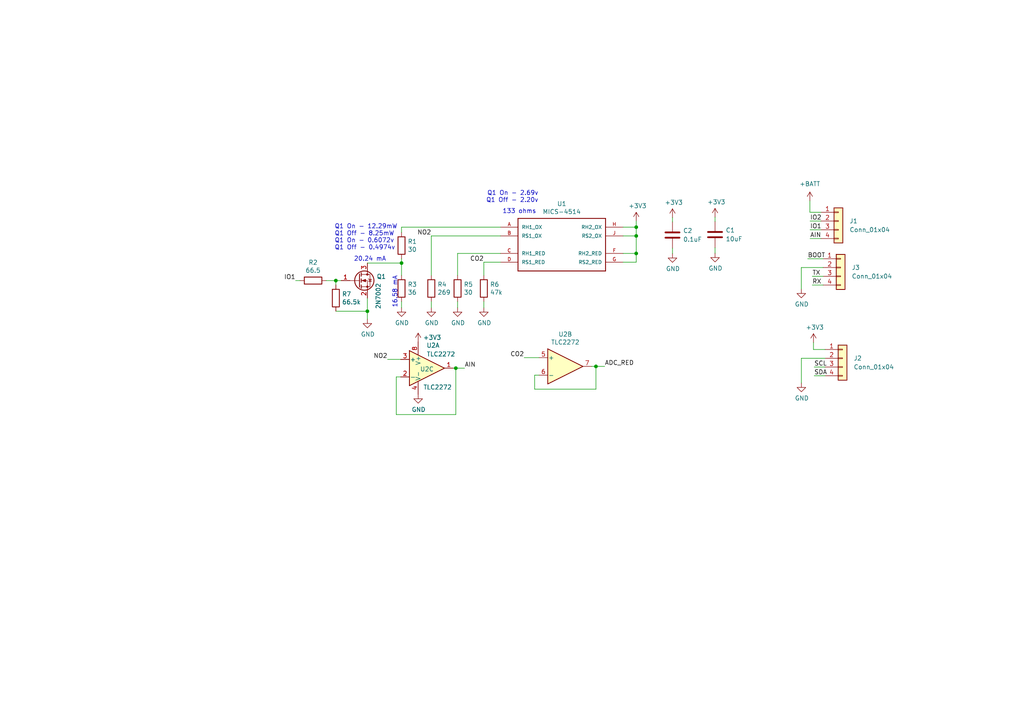
<source format=kicad_sch>
(kicad_sch (version 20211123) (generator eeschema)
  (paper "A4")
  (lib_symbols
    (symbol "Amplifier_Operational:OPA1602" (pin_names (offset 0.127))
      (property "Reference" "U" (at 0 5.08 0))
      (property "Value" "OPA1602" (at 0 -5.08 0))
      (symbol "OPA1602_1_1"
        (polyline (pts (xy -5.08 5.08) (xy 5.08 0) (xy -5.08 -5.08) (xy -5.08 5.08)) (stroke (width 0.254)) (fill (type background)))
        (pin output line (at 7.62 0 180) (length 2.54) (name "~") (number "1"))
        (pin input line (at -7.62 -2.54 0) (length 2.54) (name "-") (number "2"))
        (pin input line (at -7.62 2.54 0) (length 2.54) (name "+") (number "3"))
      )
      (symbol "OPA1602_2_1"
        (polyline (pts (xy -5.08 5.08) (xy 5.08 0) (xy -5.08 -5.08) (xy -5.08 5.08)) (stroke (width 0.254)) (fill (type background)))
        (pin input line (at -7.62 2.54 0) (length 2.54) (name "+") (number "5"))
        (pin input line (at -7.62 -2.54 0) (length 2.54) (name "-") (number "6"))
        (pin output line (at 7.62 0 180) (length 2.54) (name "~") (number "7"))
      )
      (symbol "OPA1602_3_1"
        (pin power_in line (at -2.54 -7.62 90) (length 3.81) (name "V-") (number "4"))
        (pin power_in line (at -2.54 7.62 270) (length 3.81) (name "V+") (number "8"))
      )
    )
    (symbol "Connector_Generic:Conn_01x04" (pin_names (offset 1.016) hide)
      (property "Reference" "J" (at 0 5.08 0))
      (property "Value" "Conn_01x04" (at 0 -7.62 0))
      (symbol "Conn_01x04_1_1"
        (rectangle (start -1.27 -4.953) (end 0 -5.207) (stroke (width 0.1524)))
        (rectangle (start -1.27 -2.413) (end 0 -2.667) (stroke (width 0.1524)))
        (rectangle (start -1.27 0.127) (end 0 -0.127) (stroke (width 0.1524)))
        (rectangle (start -1.27 2.667) (end 0 2.413) (stroke (width 0.1524)))
        (rectangle (start -1.27 3.81) (end 1.27 -6.35) (stroke (width 0.254)) (fill (type background)))
        (pin passive line (at -5.08 2.54 0) (length 3.81) (name "Pin_1") (number "1"))
        (pin passive line (at -5.08 0 0) (length 3.81) (name "Pin_2") (number "2"))
        (pin passive line (at -5.08 -2.54 0) (length 3.81) (name "Pin_3") (number "3"))
        (pin passive line (at -5.08 -5.08 0) (length 3.81) (name "Pin_4") (number "4"))
      )
    )
    (symbol "Device:C" (pin_numbers hide) (pin_names (offset 0.254))
      (property "Reference" "C" (at 0.635 2.54 0))
      (property "Value" "C" (at 0.635 -2.54 0))
      (symbol "C_0_1"
        (polyline (pts (xy -2.032 -0.762) (xy 2.032 -0.762)) (stroke (width 0.508)))
        (polyline (pts (xy -2.032 0.762) (xy 2.032 0.762)) (stroke (width 0.508)))
      )
      (symbol "C_1_1"
        (pin passive line (at 0 3.81 270) (length 2.794) (name "~") (number "1"))
        (pin passive line (at 0 -3.81 90) (length 2.794) (name "~") (number "2"))
      )
    )
    (symbol "Device:Q_NMOS_GSD" (pin_names (offset 0) hide)
      (property "Reference" "Q" (at 5.08 1.27 0))
      (property "Value" "Q_NMOS_GSD" (at 5.08 -1.27 0))
      (symbol "Q_NMOS_GSD_0_1"
        (polyline (pts (xy 0.254 0) (xy -2.54 0)))
        (polyline (pts (xy 0.254 1.905) (xy 0.254 -1.905)) (stroke (width 0.254)))
        (polyline (pts (xy 0.762 -1.27) (xy 0.762 -2.286)) (stroke (width 0.254)))
        (polyline (pts (xy 0.762 0.508) (xy 0.762 -0.508)) (stroke (width 0.254)))
        (polyline (pts (xy 0.762 2.286) (xy 0.762 1.27)) (stroke (width 0.254)))
        (polyline (pts (xy 2.54 2.54) (xy 2.54 1.778)))
        (polyline (pts (xy 2.54 -2.54) (xy 2.54 0) (xy 0.762 0)))
        (polyline (pts (xy 0.762 -1.778) (xy 3.302 -1.778) (xy 3.302 1.778) (xy 0.762 1.778)))
        (polyline (pts (xy 1.016 0) (xy 2.032 0.381) (xy 2.032 -0.381) (xy 1.016 0)) (fill (type outline)))
        (polyline (pts (xy 2.794 0.508) (xy 2.921 0.381) (xy 3.683 0.381) (xy 3.81 0.254)))
        (polyline (pts (xy 3.302 0.381) (xy 2.921 -0.254) (xy 3.683 -0.254) (xy 3.302 0.381)))
        (circle (center 1.651 0) (radius 2.794) (stroke (width 0.254)))
        (circle (center 2.54 -1.778) (radius 0.254) (fill (type outline)))
        (circle (center 2.54 1.778) (radius 0.254) (fill (type outline)))
      )
      (symbol "Q_NMOS_GSD_1_1"
        (pin input line (at -5.08 0 0) (length 2.54) (name "G") (number "1"))
        (pin passive line (at 2.54 -5.08 90) (length 2.54) (name "S") (number "2"))
        (pin passive line (at 2.54 5.08 270) (length 2.54) (name "D") (number "3"))
      )
    )
    (symbol "Device:R" (pin_numbers hide) (pin_names (offset 0))
      (property "Reference" "R" (at 2.032 0 90))
      (property "Value" "R" (at 0 0 90))
      (symbol "R_0_1"
        (rectangle (start -1.016 -2.54) (end 1.016 2.54) (stroke (width 0.254)))
      )
      (symbol "R_1_1"
        (pin passive line (at 0 3.81 270) (length 1.27) (name "~") (number "1"))
        (pin passive line (at 0 -3.81 90) (length 1.27) (name "~") (number "2"))
      )
    )
    (symbol "citizen_sensor-rescue:MICS-4514-electroniccats-citizen_sensor-rescue" (pin_names (offset 1.016))
      (property "Reference" "U" (at -12.7254 8.4074 0))
      (property "Value" "MICS-4514-electroniccats-citizen_sensor-rescue" (at -12.7508 -10.1854 0))
      (symbol "MICS-4514-electroniccats-citizen_sensor-rescue_0_0"
        (polyline (pts (xy -12.7 -7.62) (xy 12.7 -7.62)) (stroke (width 0.254)))
        (polyline (pts (xy -12.7 7.62) (xy -12.7 -7.62)) (stroke (width 0.254)))
        (polyline (pts (xy 12.7 -7.62) (xy 12.7 7.62)) (stroke (width 0.254)))
        (polyline (pts (xy 12.7 7.62) (xy -12.7 7.62)) (stroke (width 0.254)))
        (pin bidirectional line (at -17.78 5.08 0) (length 5.08) (name "RH1_OX") (number "A"))
        (pin bidirectional line (at -17.78 2.54 0) (length 5.08) (name "RS1_OX") (number "B"))
        (pin bidirectional line (at -17.78 -2.54 0) (length 5.08) (name "RH1_RED") (number "C"))
        (pin bidirectional line (at -17.78 -5.08 0) (length 5.08) (name "RS1_RED") (number "D"))
        (pin power_in line (at 17.78 -2.54 180) (length 5.08) (name "RH2_RED") (number "F"))
        (pin power_in line (at 17.78 -5.08 180) (length 5.08) (name "RS2_RED") (number "G"))
        (pin power_in line (at 17.78 5.08 180) (length 5.08) (name "RH2_OX") (number "H"))
        (pin power_in line (at 17.78 2.54 180) (length 5.08) (name "RS2_OX") (number "J"))
      )
    )
    (symbol "power:+3.3V" (power) (pin_names (offset 0))
      (property "Value" "+3.3V" (at 0 3.556 0))
      (symbol "+3.3V_0_1"
        (polyline (pts (xy -0.762 1.27) (xy 0 2.54)))
        (polyline (pts (xy 0 0) (xy 0 2.54)))
        (polyline (pts (xy 0 2.54) (xy 0.762 1.27)))
      )
      (symbol "+3.3V_1_1"
        (pin power_in line (at 0 0 90) (length 0) hide (name "+3V3") (number "1"))
      )
    )
    (symbol "power:+BATT" (power) (pin_names (offset 0))
      (property "Value" "+BATT" (at 0 3.556 0))
      (symbol "+BATT_0_1"
        (polyline (pts (xy -0.762 1.27) (xy 0 2.54)))
        (polyline (pts (xy 0 0) (xy 0 2.54)))
        (polyline (pts (xy 0 2.54) (xy 0.762 1.27)))
      )
      (symbol "+BATT_1_1"
        (pin power_in line (at 0 0 90) (length 0) hide (name "+BATT") (number "1"))
      )
    )
    (symbol "power:GND" (power) (pin_names (offset 0))
      (property "Value" "GND" (at 0 -3.81 0))
      (symbol "GND_0_1"
        (polyline (pts (xy 0 0) (xy 0 -1.27) (xy 1.27 -1.27) (xy 0 -2.54) (xy -1.27 -1.27) (xy 0 -1.27)))
      )
      (symbol "GND_1_1"
        (pin power_in line (at 0 0 270) (length 0) hide (name "GND") (number "1"))
      )
    )
  )
  (junction (at 132.207 106.7816))
  (junction (at 116.459 76.3016))
  (junction (at 184.531 65.8876))
  (junction (at 97.409 81.3816))
  (junction (at 184.531 73.5076))
  (junction (at 184.531 68.4276))
  (junction (at 106.553 90.2716))
  (junction (at 172.847 106.2736))
  (wire (pts (xy 184.531 76.0476) (xy 184.531 73.5076)))
  (wire (pts (xy 195.0466 63.119) (xy 195.0466 64.3636)))
  (wire (pts (xy 140.335 87.4776) (xy 140.335 89.2556)))
  (wire (pts (xy 97.409 82.6516) (xy 97.409 81.3816)))
  (wire (pts (xy 140.335 76.0476) (xy 145.161 76.0476)))
  (wire (pts (xy 232.41 77.597) (xy 238.7346 77.597)))
  (wire (pts (xy 132.207 106.7816) (xy 134.747 106.7816)))
  (wire (pts (xy 184.531 73.5076) (xy 184.531 68.4276)))
  (wire (pts (xy 106.553 86.4616) (xy 106.553 90.2716)))
  (wire (pts (xy 171.577 106.2736) (xy 172.847 106.2736)))
  (wire (pts (xy 234.8992 58.2422) (xy 234.8992 61.5696)))
  (wire (pts (xy 155.067 108.8136) (xy 155.067 112.8776)))
  (wire (pts (xy 132.715 73.5076) (xy 145.161 73.5076)))
  (wire (pts (xy 106.553 90.2716) (xy 106.553 92.5576)))
  (wire (pts (xy 207.391 71.8566) (xy 207.391 73.4314)))
  (wire (pts (xy 234.2642 75.057) (xy 238.7346 75.057)))
  (wire (pts (xy 180.721 65.8876) (xy 184.531 65.8876)))
  (wire (pts (xy 156.337 108.8136) (xy 155.067 108.8136)))
  (wire (pts (xy 140.335 76.0476) (xy 140.335 79.8576)))
  (wire (pts (xy 172.847 106.2736) (xy 175.387 106.2736)))
  (wire (pts (xy 195.0466 71.9836) (xy 195.0466 73.5584)))
  (wire (pts (xy 207.391 62.992) (xy 207.391 64.2366)))
  (wire (pts (xy 184.531 64.1096) (xy 184.531 65.8876)))
  (wire (pts (xy 184.531 65.8876) (xy 184.531 68.4276)))
  (wire (pts (xy 132.715 87.4776) (xy 132.715 89.2556)))
  (wire (pts (xy 97.409 81.3816) (xy 98.933 81.3816)))
  (wire (pts (xy 234.95 69.1896) (xy 238.0996 69.1896)))
  (wire (pts (xy 172.847 112.8776) (xy 172.847 106.2736)))
  (wire (pts (xy 114.935 120.2436) (xy 132.207 120.2436)))
  (wire (pts (xy 116.459 75.0316) (xy 116.459 76.3016)))
  (wire (pts (xy 152.019 103.7336) (xy 156.337 103.7336)))
  (wire (pts (xy 132.715 79.8576) (xy 132.715 73.5076)))
  (wire (pts (xy 232.4354 111.0996) (xy 232.4354 103.9114)))
  (wire (pts (xy 114.935 109.3216) (xy 114.935 120.2436)))
  (wire (pts (xy 125.095 87.4776) (xy 125.095 89.2556)))
  (wire (pts (xy 112.395 104.2416) (xy 116.205 104.2416)))
  (wire (pts (xy 234.95 64.1096) (xy 238.0996 64.1096)))
  (wire (pts (xy 235.9406 99.3394) (xy 235.9406 101.3714)))
  (wire (pts (xy 232.4354 103.9114) (xy 239.2934 103.9114)))
  (wire (pts (xy 236.1438 106.4514) (xy 239.2934 106.4514)))
  (wire (pts (xy 232.41 83.8454) (xy 232.41 77.597)))
  (wire (pts (xy 180.721 73.5076) (xy 184.531 73.5076)))
  (wire (pts (xy 180.721 76.0476) (xy 184.531 76.0476)))
  (wire (pts (xy 116.459 65.8876) (xy 145.161 65.8876)))
  (wire (pts (xy 132.207 106.7816) (xy 132.207 120.2436)))
  (wire (pts (xy 125.095 68.4276) (xy 125.095 79.8576)))
  (wire (pts (xy 131.445 106.7816) (xy 132.207 106.7816)))
  (wire (pts (xy 155.067 112.8776) (xy 172.847 112.8776)))
  (wire (pts (xy 234.95 66.6496) (xy 238.0996 66.6496)))
  (wire (pts (xy 235.585 82.677) (xy 238.7346 82.677)))
  (wire (pts (xy 239.2934 101.3714) (xy 235.9406 101.3714)))
  (wire (pts (xy 114.935 109.3216) (xy 116.205 109.3216)))
  (wire (pts (xy 234.8992 61.5696) (xy 238.0996 61.5696)))
  (wire (pts (xy 180.721 68.4276) (xy 184.531 68.4276)))
  (wire (pts (xy 94.615 81.3816) (xy 97.409 81.3816)))
  (wire (pts (xy 236.1438 108.9914) (xy 239.2934 108.9914)))
  (wire (pts (xy 116.459 65.8876) (xy 116.459 67.4116)))
  (wire (pts (xy 86.995 81.3816) (xy 85.725 81.3816)))
  (wire (pts (xy 125.095 68.4276) (xy 145.161 68.4276)))
  (wire (pts (xy 97.409 90.2716) (xy 106.553 90.2716)))
  (wire (pts (xy 235.585 80.137) (xy 238.7346 80.137)))
  (wire (pts (xy 116.459 76.3016) (xy 116.459 79.8576)))
  (wire (pts (xy 106.553 76.3016) (xy 116.459 76.3016)))
  (wire (pts (xy 116.459 87.4776) (xy 116.459 89.2556)))
  (text "20.24 mA" (at 102.616 75.946 0) (effects (font (size 1.27 1.27)) (justify left bottom)))
  (text "Q1 On - 0.6072v \nQ1 Off - 0.4974v " (at 97.028 72.644 0) (effects (font (size 1.27 1.27)) (justify left bottom)))
  (text "Q1 On - 2.69v \nQ1 Off - 2.20v " (at 157.1498 58.9026 180) (effects (font (size 1.27 1.27)) (justify right bottom)))
  (text "Q1 On - 12.29mW \nQ1 Off - 8.25mW " (at 97.028 68.58 0) (effects (font (size 1.27 1.27)) (justify left bottom)))
  (text "133 ohms" (at 145.7198 62.1284 0) (effects (font (size 1.27 1.27)) (justify left bottom)))
  (text "16.58 mA" (at 115.316 89.408 90) (effects (font (size 1.27 1.27)) (justify left bottom)))
  (label "NO2" (at 125.095 68.4276 180))
  (label "IO2" (at 234.95 64.1096 0))
  (label "CO2" (at 140.335 76.0476 180))
  (label "IO1" (at 234.95 66.6496 0))
  (label "NO2" (at 112.395 104.2416 180))
  (label "ADC_RED" (at 175.387 106.2736 0))
  (label "BOOT" (at 234.2642 75.057 0))
  (label "AIN" (at 134.747 106.7816 0))
  (label "SDA" (at 236.1438 108.9914 0))
  (label "SCL" (at 236.1438 106.4514 0))
  (label "CO2" (at 152.019 103.7336 180))
  (label "RX" (at 235.585 82.677 0))
  (label "IO1" (at 85.725 81.3816 180))
  (label "AIN" (at 234.95 69.1896 0))
  (label "TX" (at 235.585 80.137 0))
  (symbol (lib_id "power:+3.3V") (at 184.531 64.1096 0) (unit 1)
    (property "Reference" "#PWR03" (effects hide))
    (property "Value" "+3.3V" (at 184.912 59.7154 0))
  )
  (symbol (lib_id "power:GND") (at 232.4354 111.0996 0) (unit 1)
    (property "Reference" "#PWR0104" (effects hide))
    (property "Value" "GND" (at 232.5624 115.4938 0))
  )
  (symbol (lib_id "Device:R") (at 132.715 83.6676 0) (unit 1)
    (property "Reference" "R5" (at 134.493 82.4992 0) (effects (justify left)))
    (property "Value" "30" (at 134.493 84.8106 0) (effects (justify left)))
    (property "Footprint" "Resistor_SMD:R_0805_2012Metric" (effects hide))
    (property "Datasheet" "https://www.mouser.mx/datasheet/2/427/crcwce3-1223726.pdf" (effects hide))
    (property "manf#" "CRCW080530R0FKEAC" (effects hide))
  )
  (symbol (lib_id "Device:R") (at 97.409 86.4616 180) (unit 1)
    (property "Reference" "R7" (at 99.187 85.2932 0) (effects (justify right)))
    (property "Value" "66.5k" (at 99.187 87.6046 0) (effects (justify right)))
    (property "Footprint" "Resistor_SMD:R_0805_2012Metric" (effects hide))
    (property "Datasheet" "https://www.mouser.mx/datasheet/2/315/AOA0000C304-1149620.pdf" (effects hide))
    (property "manf#" "ERJ-6ENF6652V" (effects hide))
  )
  (symbol (lib_id "Amplifier_Operational:OPA1602") (at 163.957 106.2736 0) (unit 2)
    (property "Reference" "U2" (at 163.957 96.9518 0))
    (property "Value" "TLC2272" (at 163.957 99.2632 0))
    (property "Footprint" "Package_SO:SOIC-8_3.9x4.9mm_P1.27mm" (effects hide))
    (property "Datasheet" "http://www.ti.com/lit/ds/symlink/opa1604.pdf" (effects hide))
  )
  (symbol (lib_id "citizen_sensor-rescue:MICS-4514-electroniccats-citizen_sensor-rescue") (at 162.941 70.9676 0) (unit 1)
    (property "Reference" "U1" (at 162.941 59.1058 0))
    (property "Value" "MICS-4514" (at 162.941 61.4172 0))
    (property "Footprint" "MiCS_Sensor:MICS_10-SMD" (effects hide))
    (property "Datasheet" "https://www.mouser.mx/datasheet/2/18/0278_Datasheet-MiCS-4514-rev-16-1144833.pdf" (effects hide))
    (property "manf#" "MICS-4514" (effects hide))
  )
  (symbol (lib_id "Device:C") (at 195.0466 68.1736 0) (unit 1)
    (property "Reference" "C2" (at 198.12 66.9035 0) (effects (justify left)))
    (property "Value" "0.1uF" (at 198.12 69.4435 0) (effects (justify left)))
    (property "Footprint" "Capacitor_SMD:C_0805_2012Metric" (effects hide))
    (property "Datasheet" "08055C104M4T4A" (effects hide))
  )
  (symbol (lib_id "Connector_Generic:Conn_01x04") (at 243.8146 77.597 0) (unit 1)
    (property "Reference" "J3" (at 247.015 77.5969 0) (effects (justify left)))
    (property "Value" "Conn_01x04" (at 247.015 80.1369 0) (effects (justify left)))
    (property "Footprint" "Connector_PinHeader_2.54mm:PinHeader_1x04_P2.54mm_Vertical" (effects hide))
  )
  (symbol (lib_id "power:+3.3V") (at 235.9406 99.3394 0) (unit 1)
    (property "Reference" "#PWR0103" (effects hide))
    (property "Value" "+3.3V" (at 236.3216 94.9452 0))
  )
  (symbol (lib_id "power:GND") (at 195.0466 73.5584 0) (unit 1)
    (property "Reference" "#PWR05" (effects hide))
    (property "Value" "GND" (at 195.1736 77.9526 0))
  )
  (symbol (lib_id "power:+3.3V") (at 195.0466 63.119 0) (unit 1)
    (property "Reference" "#PWR02" (effects hide))
    (property "Value" "+3.3V" (at 195.4276 58.7248 0))
  )
  (symbol (lib_id "power:GND") (at 132.715 89.2556 0) (unit 1)
    (property "Reference" "#PWR08" (effects hide))
    (property "Value" "GND" (at 132.842 93.6498 0))
  )
  (symbol (lib_id "power:GND") (at 106.553 92.5576 0) (unit 1)
    (property "Reference" "#PWR010" (effects hide))
    (property "Value" "GND" (at 106.68 96.9518 0))
  )
  (symbol (lib_id "power:GND") (at 125.095 89.2556 0) (unit 1)
    (property "Reference" "#PWR07" (effects hide))
    (property "Value" "GND" (at 125.222 93.6498 0))
  )
  (symbol (lib_id "power:GND") (at 121.285 114.4016 0) (unit 1)
    (property "Reference" "#PWR012" (effects hide))
    (property "Value" "GND" (at 121.412 118.7958 0))
  )
  (symbol (lib_id "Amplifier_Operational:OPA1602") (at 123.825 106.7816 0) (unit 3)
    (property "Reference" "U2" (at 121.8184 107.061 0) (effects (justify left)))
    (property "Value" "TLC2272" (at 122.7582 112.3188 0) (effects (justify left)))
    (property "Footprint" "Package_SO:SOIC-8_3.9x4.9mm_P1.27mm" (effects hide))
    (property "Datasheet" "http://www.ti.com/lit/ds/symlink/opa1604.pdf" (effects hide))
  )
  (symbol (lib_id "power:+BATT") (at 234.8992 58.2422 0) (unit 1)
    (property "Reference" "#PWR0101" (effects hide))
    (property "Value" "+BATT" (at 234.8992 53.34 0))
  )
  (symbol (lib_id "Device:R") (at 140.335 83.6676 0) (unit 1)
    (property "Reference" "R6" (at 142.113 82.4992 0) (effects (justify left)))
    (property "Value" "47k" (at 142.113 84.8106 0) (effects (justify left)))
    (property "Footprint" "Resistor_SMD:R_0805_2012Metric" (effects hide))
    (property "Datasheet" "https://www.mouser.mx/datasheet/2/447/PYu-RC_Group_51_RoHS_L_10-1527934.pdf" (effects hide))
    (property "manf#" "CRGP0805F47K" (effects hide))
  )
  (symbol (lib_id "Device:C") (at 207.391 68.0466 0) (unit 1)
    (property "Reference" "C1" (at 210.4644 66.7765 0) (effects (justify left)))
    (property "Value" "10uF" (at 210.4644 69.3165 0) (effects (justify left)))
    (property "Footprint" "Capacitor_SMD:C_0805_2012Metric" (effects hide))
    (property "Datasheet" "08055C104M4T4A" (effects hide))
  )
  (symbol (lib_id "power:GND") (at 116.459 89.2556 0) (unit 1)
    (property "Reference" "#PWR06" (effects hide))
    (property "Value" "GND" (at 116.586 93.6498 0))
  )
  (symbol (lib_id "Device:R") (at 116.459 71.2216 0) (unit 1)
    (property "Reference" "R1" (at 118.237 70.0532 0) (effects (justify left)))
    (property "Value" "30" (at 118.237 72.3646 0) (effects (justify left)))
    (property "Footprint" "Resistor_SMD:R_0805_2012Metric" (effects hide))
    (property "Datasheet" "https://www.mouser.mx/datasheet/2/427/crcwce3-1223726.pdf" (effects hide))
    (property "manf#" "CRCW080530R0FKEAC" (effects hide))
  )
  (symbol (lib_id "Device:Q_NMOS_GSD") (at 104.013 81.3816 0) (unit 1)
    (property "Reference" "Q1" (at 109.22 80.2132 0) (effects (justify left)))
    (property "Value" "2N7002" (at 109.728 89.662 90) (effects (justify left)))
    (property "Footprint" "Package_TO_SOT_SMD:SOT-23" (effects hide))
    (property "Datasheet" "https://www.mouser.mx/datasheet/2/408/T2N7002AK_datasheet_en_20150401-708738.pdf" (effects hide))
    (property "manf#" "T2N7002AK,LM" (effects hide))
  )
  (symbol (lib_id "Device:R") (at 125.095 83.6676 0) (unit 1)
    (property "Reference" "R4" (at 126.873 82.4992 0) (effects (justify left)))
    (property "Value" "269" (at 126.873 84.8106 0) (effects (justify left)))
    (property "Footprint" "Resistor_SMD:R_0805_2012Metric" (effects hide))
    (property "Datasheet" "https://www.mouser.mx/datasheet/2/348/esr-e-1139161.pdf" (effects hide))
    (property "manf#" "ESR10EZPJ271" (effects hide))
  )
  (symbol (lib_id "power:GND") (at 140.335 89.2556 0) (unit 1)
    (property "Reference" "#PWR09" (effects hide))
    (property "Value" "GND" (at 140.462 93.6498 0))
  )
  (symbol (lib_id "power:+3.3V") (at 207.391 62.992 0) (unit 1)
    (property "Reference" "#PWR01" (effects hide))
    (property "Value" "+3.3V" (at 207.772 58.5978 0))
  )
  (symbol (lib_id "Device:R") (at 90.805 81.3816 90) (unit 1)
    (property "Reference" "R2" (at 90.805 76.1238 90))
    (property "Value" "66.5" (at 90.805 78.4352 90))
    (property "Footprint" "Resistor_SMD:R_0805_2012Metric" (effects hide))
    (property "Datasheet" "https://www.mouser.mx/datasheet/2/427/dcrcwe3-109170.pdf" (effects hide))
    (property "manf#" "CRCW080566R5FKEA" (effects hide))
  )
  (symbol (lib_id "Amplifier_Operational:OPA1602") (at 123.825 106.7816 0) (unit 1)
    (property "Reference" "U2" (at 125.603 100.1776 0))
    (property "Value" "TLC2272" (at 127.889 102.7176 0))
    (property "Footprint" "Package_SO:SOIC-8_3.9x4.9mm_P1.27mm" (effects hide))
    (property "Datasheet" "http://www.ti.com/lit/ds/symlink/opa1604.pdf" (effects hide))
    (property "manf#" "TLC2272CD" (effects hide))
  )
  (symbol (lib_id "Connector_Generic:Conn_01x04") (at 244.3734 103.9114 0) (unit 1)
    (property "Reference" "J2" (at 247.5738 103.9113 0) (effects (justify left)))
    (property "Value" "Conn_01x04" (at 247.5738 106.4513 0) (effects (justify left)))
    (property "Footprint" "Connector_PinHeader_2.54mm:PinHeader_1x04_P2.54mm_Vertical" (effects hide))
  )
  (symbol (lib_id "power:GND") (at 232.41 83.8454 0) (unit 1)
    (property "Reference" "#PWR0102" (effects hide))
    (property "Value" "GND" (at 232.537 88.2396 0))
  )
  (symbol (lib_id "Device:R") (at 116.459 83.6676 0) (unit 1)
    (property "Reference" "R3" (at 118.237 82.4992 0) (effects (justify left)))
    (property "Value" "36" (at 118.237 84.8106 0) (effects (justify left)))
    (property "Footprint" "Resistor_SMD:R_0805_2012Metric" (effects hide))
    (property "Datasheet" "https://www.mouser.mx/datasheet/2/315/AOA0000C304-1149620.pdf" (effects hide))
    (property "manf#" "ERJ-6ENF36R0V" (effects hide))
  )
  (symbol (lib_id "power:GND") (at 207.391 73.4314 0) (unit 1)
    (property "Reference" "#PWR04" (effects hide))
    (property "Value" "GND" (at 207.518 77.8256 0))
  )
  (symbol (lib_id "power:+3.3V") (at 121.285 99.1616 0) (unit 1)
    (property "Reference" "#PWR011" (effects hide))
    (property "Value" "+3.3V" (at 125.349 97.8916 0))
  )
  (symbol (lib_id "Connector_Generic:Conn_01x04") (at 243.1796 64.1096 0) (unit 1)
    (property "Reference" "J1" (at 246.38 64.1095 0) (effects (justify left)))
    (property "Value" "Conn_01x04" (at 246.38 66.6495 0) (effects (justify left)))
    (property "Footprint" "Connector_PinHeader_2.54mm:PinHeader_1x04_P2.54mm_Vertical" (effects hide))
  )
)
</source>
